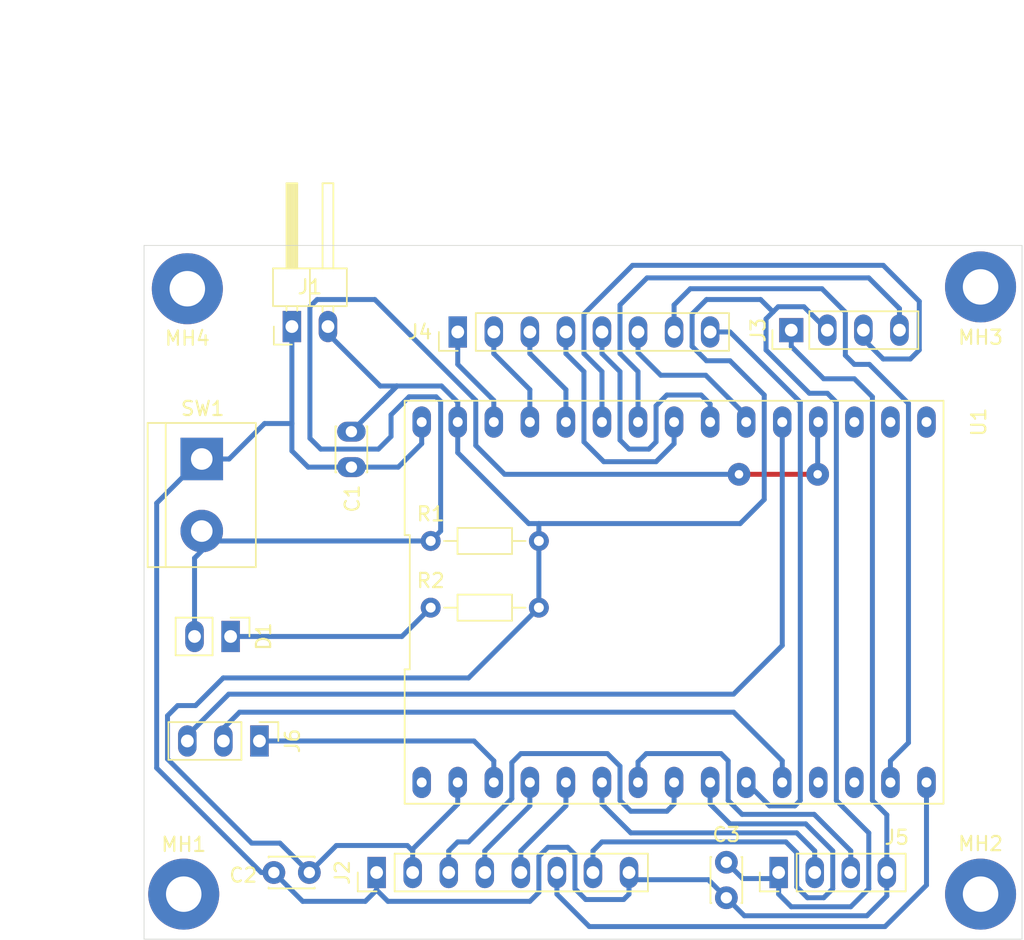
<source format=kicad_pcb>
(kicad_pcb (version 20221018) (generator pcbnew)
  (layers (0 "F.Cu" signal) (31 "B.Cu" signal) (34 "B.Paste" user) (35 "F.Paste" user) (36 "B.SilkS" user "B.Silkscreen") (37 "F.SilkS" user "F.Silkscreen") (38 "B.Mask" user) (39 "F.Mask" user) (44 "Edge.Cuts" user))
  (net 0 "")
  (net 1 "SW_Start")
  (net 2 "Net-(D1-Pad1)")
  (net 3 "GND")
  (net 4 "+5VA")
  (net 5 "SCK")
  (net 6 "SDA")
  (net 7 "A0")
  (net 8 "RST")
  (net 9 "CS")
  (net 10 "STOP")
  (net 11 "START")
  (net 12 "COL4")
  (net 13 "COL3")
  (net 14 "COL2")
  (net 15 "COL1")
  (net 16 "ROW4")
  (net 17 "ROW3")
  (net 18 "ROW2")
  (net 19 "ROW1")
  (net 20 "TX")
  (net 21 "RX")
  (net 22 "EXT_D35")
  (net 23 "EXT_D21")
  (net 24 "EXT_D15")
  (net 25 "Net-(U1-Pad16)")
  (net 26 "Net-(U1-Pad17)")
  (net 27 "Net-(U1-Pad13)")
  (net 28 "Net-(U1-Pad18)")
  (net 29 "Net-(U1-Pad12)")
  (net 30 "Net-(U1-Pad1)")
  (footprint "Connector_PinHeader_2.54mm:PinHeader_1x04_P2.54mm_Vertical" (layer "F.Cu") (at 158.877 77.724 90)
    (fp_text reference "J3" (at 0 -2.33 90) (layer "F.SilkS"))
    (fp_text value "SolidState Relay")
    (fp_line (start -1.33 -1.33) (end 0 -1.33) (stroke (width 0.12)) (layer "F.SilkS"))
    (fp_line (start -1.33 0) (end -1.33 -1.33) (stroke (width 0.12)) (layer "F.SilkS"))
    (fp_line (start -1.33 1.27) (end -1.33 8.95) (stroke (width 0.12)) (layer "F.SilkS"))
    (fp_line (start -1.33 1.27) (end 1.33 1.27) (stroke (width 0.12)) (layer "F.SilkS"))
    (fp_line (start -1.33 8.95) (end 1.33 8.95) (stroke (width 0.12)) (layer "F.SilkS"))
    (fp_line (start 1.33 1.27) (end 1.33 8.95) (stroke (width 0.12)) (layer "F.SilkS"))
    (pad "1" thru_hole rect (at 0 0 90) (size 1.7 1.7) (drill 0.9) (layers "*.Cu" "*.Mask") (net 4 "+5VA"))
    (pad "2" thru_hole oval (at 0 2.54 90) (size 2.2 1.3) (drill 0.9) (layers "*.Cu" "*.Mask") (net 3 "GND"))
    (pad "3" thru_hole oval (at 0 5.08 90) (size 2.2 1.3) (drill 0.9) (layers "*.Cu" "*.Mask") (net 11 "START"))
    (pad "4" thru_hole oval (at 0 7.62 90) (size 2.2 1.3) (drill 0.9) (layers "*.Cu" "*.Mask") (net 10 "STOP"))
  )
  (footprint "Connector_PinHeader_2.54mm:PinHeader_1x08_P2.54mm_Vertical" (layer "F.Cu") (at 135.382 77.851 90)
    (fp_text reference "J4" (at 0 -2.667 180) (layer "F.SilkS"))
    (fp_text value "KeyPad")
    (fp_line (start -1.33 -1.33) (end 0 -1.33) (stroke (width 0.12)) (layer "F.SilkS"))
    (fp_line (start -1.33 0) (end -1.33 -1.33) (stroke (width 0.12)) (layer "F.SilkS"))
    (fp_line (start -1.33 1.27) (end -1.33 19.11) (stroke (width 0.12)) (layer "F.SilkS"))
    (fp_line (start -1.33 1.27) (end 1.33 1.27) (stroke (width 0.12)) (layer "F.SilkS"))
    (fp_line (start -1.33 19.11) (end 1.33 19.11) (stroke (width 0.12)) (layer "F.SilkS"))
    (fp_line (start 1.33 1.27) (end 1.33 19.11) (stroke (width 0.12)) (layer "F.SilkS"))
    (pad "1" thru_hole rect (at 0 0 90) (size 2.2 1.3) (drill 0.9) (layers "*.Cu" "*.Mask") (net 19 "ROW1"))
    (pad "2" thru_hole oval (at 0 2.54 90) (size 2.2 1.3) (drill 0.9) (layers "*.Cu" "*.Mask") (net 18 "ROW2"))
    (pad "3" thru_hole oval (at 0 5.08 90) (size 2.2 1.3) (drill 0.9) (layers "*.Cu" "*.Mask") (net 17 "ROW3"))
    (pad "4" thru_hole oval (at 0 7.62 90) (size 2.2 1.3) (drill 0.9) (layers "*.Cu" "*.Mask") (net 16 "ROW4"))
    (pad "5" thru_hole oval (at 0 10.16 90) (size 2.2 1.3) (drill 0.9) (layers "*.Cu" "*.Mask") (net 15 "COL1"))
    (pad "6" thru_hole oval (at 0 12.7 90) (size 2.2 1.3) (drill 0.9) (layers "*.Cu" "*.Mask") (net 14 "COL2"))
    (pad "7" thru_hole oval (at 0 15.24 90) (size 2.2 1.3) (drill 0.9) (layers "*.Cu" "*.Mask") (net 13 "COL3"))
    (pad "8" thru_hole oval (at 0 17.78 90) (size 2.2 1.3) (drill 0.9) (layers "*.Cu" "*.Mask") (net 12 "COL4"))
  )
  (footprint "Connector_PinHeader_2.54mm:PinHeader_1x04_P2.54mm_Vertical" (layer "F.Cu") (at 157.988 115.951 90)
    (fp_text reference "J5" (at 2.4765 8.3185 180) (layer "F.SilkS"))
    (fp_text value "RS232")
    (fp_line (start -1.33 -1.33) (end 0 -1.33) (stroke (width 0.12)) (layer "F.SilkS"))
    (fp_line (start -1.33 0) (end -1.33 -1.33) (stroke (width 0.12)) (layer "F.SilkS"))
    (fp_line (start -1.33 1.27) (end -1.33 8.95) (stroke (width 0.12)) (layer "F.SilkS"))
    (fp_line (start -1.33 1.27) (end 1.33 1.27) (stroke (width 0.12)) (layer "F.SilkS"))
    (fp_line (start -1.33 8.95) (end 1.33 8.95) (stroke (width 0.12)) (layer "F.SilkS"))
    (fp_line (start 1.33 1.27) (end 1.33 8.95) (stroke (width 0.12)) (layer "F.SilkS"))
    (pad "1" thru_hole rect (at 0 0 90) (size 2.2 1.3) (drill 0.9) (layers "*.Cu" "*.Mask") (net 3 "GND"))
    (pad "2" thru_hole oval (at 0 2.54 90) (size 2.2 1.3) (drill 0.9) (layers "*.Cu" "*.Mask") (net 21 "RX"))
    (pad "3" thru_hole oval (at 0 5.08 90) (size 2.2 1.3) (drill 0.9) (layers "*.Cu" "*.Mask") (net 20 "TX"))
    (pad "4" thru_hole oval (at 0 7.62 90) (size 2.2 1.3) (drill 0.9) (layers "*.Cu" "*.Mask") (net 4 "+5VA"))
  )
  (footprint "Resistor_THT:R_Axial_DIN0204_L3.6mm_D1.6mm_P7.62mm_Horizontal" (layer "F.Cu") (at 133.477 97.282)
    (fp_text reference "R2" (at 0 -1.905) (layer "F.SilkS"))
    (fp_text value "330")
    (fp_line (start 0.94 0) (end 1.89 0) (stroke (width 0.12)) (layer "F.SilkS"))
    (fp_line (start 1.89 -0.92) (end 1.89 0.92) (stroke (width 0.12)) (layer "F.SilkS"))
    (fp_line (start 1.89 0.92) (end 5.73 0.92) (stroke (width 0.12)) (layer "F.SilkS"))
    (fp_line (start 5.73 -0.92) (end 1.89 -0.92) (stroke (width 0.12)) (layer "F.SilkS"))
    (fp_line (start 5.73 0.92) (end 5.73 -0.92) (stroke (width 0.12)) (layer "F.SilkS"))
    (fp_line (start 6.68 0) (end 5.73 0) (stroke (width 0.12)) (layer "F.SilkS"))
    (pad "1" thru_hole circle (at 0 0) (size 1.4 1.4) (drill 0.7) (layers "*.Cu" "*.Mask") (net 2 "Net-(D1-Pad1)"))
    (pad "2" thru_hole oval (at 7.62 0) (size 1.4 1.4) (drill 0.7) (layers "*.Cu" "*.Mask") (net 3 "GND"))
  )
  (footprint "Connector_PinHeader_2.54mm:PinHeader_1x08_P2.54mm_Vertical" (layer "F.Cu") (at 129.667 115.951 90)
    (fp_text reference "J2" (at 0 -2.413 90) (layer "F.SilkS"))
    (fp_text value "LCD")
    (fp_line (start -1.33 -1.33) (end 0 -1.33) (stroke (width 0.12)) (layer "F.SilkS"))
    (fp_line (start -1.33 0) (end -1.33 -1.33) (stroke (width 0.12)) (layer "F.SilkS"))
    (fp_line (start -1.33 1.27) (end -1.33 19.11) (stroke (width 0.12)) (layer "F.SilkS"))
    (fp_line (start -1.33 1.27) (end 1.33 1.27) (stroke (width 0.12)) (layer "F.SilkS"))
    (fp_line (start -1.33 19.11) (end 1.33 19.11) (stroke (width 0.12)) (layer "F.SilkS"))
    (fp_line (start 1.33 1.27) (end 1.33 19.11) (stroke (width 0.12)) (layer "F.SilkS"))
    (pad "1" thru_hole rect (at 0 0 90) (size 2.2 1.3) (drill 0.9) (layers "*.Cu" "*.Mask") (net 4 "+5VA"))
    (pad "2" thru_hole oval (at 0 2.54 90) (size 2.2 1.3) (drill 0.9) (layers "*.Cu" "*.Mask") (net 3 "GND"))
    (pad "3" thru_hole oval (at 0 5.08 90) (size 2.2 1.3) (drill 0.9) (layers "*.Cu" "*.Mask") (net 9 "CS"))
    (pad "4" thru_hole oval (at 0 7.62 90) (size 2.2 1.3) (drill 0.9) (layers "*.Cu" "*.Mask") (net 8 "RST"))
    (pad "5" thru_hole oval (at 0 10.16 90) (size 2.2 1.3) (drill 0.9) (layers "*.Cu" "*.Mask") (net 7 "A0"))
    (pad "6" thru_hole oval (at 0 12.7 90) (size 2.2 1.3) (drill 0.9) (layers "*.Cu" "*.Mask") (net 6 "SDA"))
    (pad "7" thru_hole oval (at 0 15.24 90) (size 2.2 1.3) (drill 0.9) (layers "*.Cu" "*.Mask") (net 5 "SCK"))
    (pad "8" thru_hole oval (at 0 17.78 90) (size 2.2 1.3) (drill 0.9) (layers "*.Cu" "*.Mask") (net 4 "+5VA"))
  )
  (footprint "Connector_PinHeader_2.54mm:PinHeader_1x03_P2.54mm_Vertical" (layer "F.Cu") (at 121.412 106.68 -90)
    (fp_text reference "J6" (at 0 -2.33 90) (layer "F.SilkS"))
    (fp_text value "PTO Extra")
    (fp_line (start -1.33 -1.33) (end 0 -1.33) (stroke (width 0.12)) (layer "F.SilkS"))
    (fp_line (start -1.33 0) (end -1.33 -1.33) (stroke (width 0.12)) (layer "F.SilkS"))
    (fp_line (start -1.33 1.27) (end -1.33 6.41) (stroke (width 0.12)) (layer "F.SilkS"))
    (fp_line (start -1.33 1.27) (end 1.33 1.27) (stroke (width 0.12)) (layer "F.SilkS"))
    (fp_line (start -1.33 6.41) (end 1.33 6.41) (stroke (width 0.12)) (layer "F.SilkS"))
    (fp_line (start 1.33 1.27) (end 1.33 6.41) (stroke (width 0.12)) (layer "F.SilkS"))
    (pad "1" thru_hole rect (at 0 0 270) (size 2.2 1.3) (drill 0.9) (layers "*.Cu" "*.Mask") (net 24 "EXT_D15"))
    (pad "2" thru_hole oval (at 0 2.54 270) (size 2.2 1.3) (drill 0.9) (layers "*.Cu" "*.Mask") (net 23 "EXT_D21"))
    (pad "3" thru_hole oval (at 0 5.08 270) (size 2.2 1.3) (drill 0.9) (layers "*.Cu" "*.Mask") (net 22 "EXT_D35"))
  )
  (footprint "TerminalBlock:TerminalBlock_bornier-2_P5.08mm" (layer "F.Cu") (at 117.348 86.8045 -90)
    (fp_text reference "SW1" (at -3.556 -0.0635 180) (layer "F.SilkS"))
    (fp_text value "Start_Button")
    (fp_line (start -2.54 -3.81) (end -2.54 3.81) (stroke (width 0.12)) (layer "F.SilkS"))
    (fp_line (start -2.54 3.81) (end 7.62 3.81) (stroke (width 0.12)) (layer "F.SilkS"))
    (fp_line (start 7.62 -3.81) (end -2.54 -3.81) (stroke (width 0.12)) (layer "F.SilkS"))
    (fp_line (start 7.62 2.54) (end -2.54 2.54) (stroke (width 0.12)) (layer "F.SilkS"))
    (fp_line (start 7.62 3.81) (end 7.62 -3.81) (stroke (width 0.12)) (layer "F.SilkS"))
    (pad "1" thru_hole rect (at 0 0 270) (size 3 3) (drill 1.52) (layers "*.Cu" "*.Mask") (net 4 "+5VA"))
    (pad "2" thru_hole circle (at 5.08 0 270) (size 3 3) (drill 1.52) (layers "*.Cu" "*.Mask") (net 1 "SW_Start"))
  )
  (footprint "Connector_PinHeader_2.54mm:PinHeader_1x02_P2.54mm_Vertical" (layer "F.Cu") (at 119.38 99.314 -90)
    (fp_text reference "D1" (at 0 -2.33 90) (layer "F.SilkS"))
    (fp_text value "LED_VERDE")
    (fp_line (start -1.33 -1.33) (end 0 -1.33) (stroke (width 0.12)) (layer "F.SilkS"))
    (fp_line (start -1.33 0) (end -1.33 -1.33) (stroke (width 0.12)) (layer "F.SilkS"))
    (fp_line (start -1.33 1.27) (end -1.33 3.87) (stroke (width 0.12)) (layer "F.SilkS"))
    (fp_line (start -1.33 1.27) (end 1.33 1.27) (stroke (width 0.12)) (layer "F.SilkS"))
    (fp_line (start -1.33 3.87) (end 1.33 3.87) (stroke (width 0.12)) (layer "F.SilkS"))
    (fp_line (start 1.33 1.27) (end 1.33 3.87) (stroke (width 0.12)) (layer "F.SilkS"))
    (pad "1" thru_hole rect (at 0 0 270) (size 2.2 1.3) (drill 0.9) (layers "*.Cu" "*.Mask") (net 2 "Net-(D1-Pad1)"))
    (pad "2" thru_hole oval (at 0 2.54 270) (size 2.2 1.3) (drill 0.9) (layers "*.Cu" "*.Mask") (net 1 "SW_Start"))
  )
  (footprint "Resistor_THT:R_Axial_DIN0204_L3.6mm_D1.6mm_P7.62mm_Horizontal" (layer "F.Cu") (at 133.477 92.583)
    (fp_text reference "R1" (at 0 -1.905) (layer "F.SilkS"))
    (fp_text value "1k")
    (fp_line (start 0.94 0) (end 1.89 0) (stroke (width 0.12)) (layer "F.SilkS"))
    (fp_line (start 1.89 -0.92) (end 1.89 0.92) (stroke (width 0.12)) (layer "F.SilkS"))
    (fp_line (start 1.89 0.92) (end 5.73 0.92) (stroke (width 0.12)) (layer "F.SilkS"))
    (fp_line (start 5.73 -0.92) (end 1.89 -0.92) (stroke (width 0.12)) (layer "F.SilkS"))
    (fp_line (start 5.73 0.92) (end 5.73 -0.92) (stroke (width 0.12)) (layer "F.SilkS"))
    (fp_line (start 6.68 0) (end 5.73 0) (stroke (width 0.12)) (layer "F.SilkS"))
    (pad "1" thru_hole circle (at 0 0) (size 1.4 1.4) (drill 0.7) (layers "*.Cu" "*.Mask") (net 1 "SW_Start"))
    (pad "2" thru_hole oval (at 7.62 0) (size 1.4 1.4) (drill 0.7) (layers "*.Cu" "*.Mask") (net 3 "GND"))
  )
  (footprint "MountingHole:MountingHole_2.5mm_Pad" (layer "F.Cu") (at 116.078 117.475)
    (fp_text reference "MH1" (at 0 -3.5) (layer "F.SilkS"))
    (fp_text value "MH1")
    (pad "1" thru_hole circle (at 0 0) (size 5 5) (drill 2.5) (layers "*.Cu" "*.Mask"))
  )
  (footprint "MountingHole:MountingHole_2.5mm_Pad" (layer "F.Cu") (at 172.212 117.475)
    (fp_text reference "MH2" (at 0 -3.556) (layer "F.SilkS"))
    (fp_text value "MH2")
    (pad "1" thru_hole circle (at 0 0) (size 5 5) (drill 2.5) (layers "*.Cu" "*.Mask"))
  )
  (footprint "MountingHole:MountingHole_2.5mm_Pad" (layer "F.Cu") (at 116.332 74.803)
    (fp_text reference "MH4" (at 0 3.4925) (layer "F.SilkS"))
    (fp_text value "MH4")
    (pad "1" thru_hole circle (at 0 0) (size 5 5) (drill 2.5) (layers "*.Cu" "*.Mask"))
  )
  (footprint "MountingHole:MountingHole_2.5mm_Pad" (layer "F.Cu") (at 172.212 74.676)
    (fp_text reference "MH3" (at 0 3.556) (layer "F.SilkS"))
    (fp_text value "MH3")
    (pad "1" thru_hole circle (at 0 0) (size 5 5) (drill 2.5) (layers "*.Cu" "*.Mask"))
  )
  (footprint "Connector_PinHeader_2.54mm:PinHeader_1x02_P2.54mm_Horizontal" (layer "F.Cu") (at 123.698 77.47 90)
    (fp_text reference "J1" (at 2.794 1.27 180) (layer "F.SilkS"))
    (fp_text value "USB_VCC")
    (fp_line (start -1.27 -1.27) (end 0 -1.27) (stroke (width 0.12)) (layer "F.SilkS"))
    (fp_line (start -1.27 0) (end -1.27 -1.27) (stroke (width 0.12)) (layer "F.SilkS"))
    (fp_line (start 1.042929 2.16) (end 1.44 2.16) (stroke (width 0.12)) (layer "F.SilkS"))
    (fp_line (start 1.042929 2.92) (end 1.44 2.92) (stroke (width 0.12)) (layer "F.SilkS"))
    (fp_line (start 1.11 -0.38) (end 1.44 -0.38) (stroke (width 0.12)) (layer "F.SilkS"))
    (fp_line (start 1.11 0.38) (end 1.44 0.38) (stroke (width 0.12)) (layer "F.SilkS"))
    (fp_line (start 1.44 -1.33) (end 1.44 3.87) (stroke (width 0.12)) (layer "F.SilkS"))
    (fp_line (start 1.44 1.27) (end 4.1 1.27) (stroke (width 0.12)) (layer "F.SilkS"))
    (fp_line (start 1.44 3.87) (end 4.1 3.87) (stroke (width 0.12)) (layer "F.SilkS"))
    (fp_line (start 4.1 -1.33) (end 1.44 -1.33) (stroke (width 0.12)) (layer "F.SilkS"))
    (fp_line (start 4.1 -0.38) (end 10.1 -0.38) (stroke (width 0.12)) (layer "F.SilkS"))
    (fp_line (start 4.1 -0.32) (end 10.1 -0.32) (stroke (width 0.12)) (layer "F.SilkS"))
    (fp_line (start 4.1 -0.2) (end 10.1 -0.2) (stroke (width 0.12)) (layer "F.SilkS"))
    (fp_line (start 4.1 -0.08) (end 10.1 -0.08) (stroke (width 0.12)) (layer "F.SilkS"))
    (fp_line (start 4.1 0.04) (end 10.1 0.04) (stroke (width 0.12)) (layer "F.SilkS"))
    (fp_line (start 4.1 0.16) (end 10.1 0.16) (stroke (width 0.12)) (layer "F.SilkS"))
    (fp_line (start 4.1 0.28) (end 10.1 0.28) (stroke (width 0.12)) (layer "F.SilkS"))
    (fp_line (start 4.1 2.16) (end 10.1 2.16) (stroke (width 0.12)) (layer "F.SilkS"))
    (fp_line (start 4.1 3.87) (end 4.1 -1.33) (stroke (width 0.12)) (layer "F.SilkS"))
    (fp_line (start 10.1 -0.38) (end 10.1 0.38) (stroke (width 0.12)) (layer "F.SilkS"))
    (fp_line (start 10.1 0.38) (end 4.1 0.38) (stroke (width 0.12)) (layer "F.SilkS"))
    (fp_line (start 10.1 2.16) (end 10.1 2.92) (stroke (width 0.12)) (layer "F.SilkS"))
    (fp_line (start 10.1 2.92) (end 4.1 2.92) (stroke (width 0.12)) (layer "F.SilkS"))
    (pad "1" thru_hole rect (at 0 0 90) (size 2.2 1.3) (drill 0.9) (layers "*.Cu" "*.Mask") (net 4 "+5VA"))
    (pad "2" thru_hole oval (at 0 2.54 90) (size 2.2 1.3) (drill 0.9) (layers "*.Cu" "*.Mask") (net 3 "GND"))
  )
  (footprint "RF_WiFi:ESP32DevKitV1" (layer "F.Cu") (at 150.622 96.901)
    (fp_text reference "U1" (at 21.463 -12.7 90) (layer "F.SilkS"))
    (fp_text value "ESP32DevKitV1")
    (fp_line (start -18.98 -14.2) (end -18.98 -4.733333) (stroke (width 0.12)) (layer "F.SilkS"))
    (fp_line (start -18.98 -4.733333) (end -18.62 -4.733333) (stroke (width 0.12)) (layer "F.SilkS"))
    (fp_line (start -18.98 4.733333) (end -18.98 14.199999) (stroke (width 0.12)) (layer "F.SilkS"))
    (fp_line (start -18.98 14.199999) (end 18.98 14.2) (stroke (width 0.12)) (layer "F.SilkS"))
    (fp_line (start -18.62 -4.733333) (end -18.62 4.733333) (stroke (width 0.12)) (layer "F.SilkS"))
    (fp_line (start -18.62 4.733333) (end -18.98 4.733333) (stroke (width 0.12)) (layer "F.SilkS"))
    (fp_line (start 18.98 -14.199999) (end -18.98 -14.2) (stroke (width 0.12)) (layer "F.SilkS"))
    (fp_line (start 18.98 14.2) (end 18.98 -14.199999) (stroke (width 0.12)) (layer "F.SilkS"))
    (pad "1" thru_hole oval (at -17.78 12.7) (size 1.3 2.2) (drill 0.7) (layers "*.Cu" "*.Mask") (net 30 "Net-(U1-Pad1)"))
    (pad "2" thru_hole oval (at -15.24 12.7) (size 1.3 2.2) (drill 0.7) (layers "*.Cu" "*.Mask") (net 3 "GND"))
    (pad "3" thru_hole oval (at -12.7 12.7) (size 1.3 2.2) (drill 0.7) (layers "*.Cu" "*.Mask") (net 24 "EXT_D15"))
    (pad "4" thru_hole oval (at -10.16 12.7) (size 1.3 2.2) (drill 0.7) (layers "*.Cu" "*.Mask") (net 8 "RST"))
    (pad "5" thru_hole oval (at -7.62 12.7) (size 1.3 2.2) (drill 0.7) (layers "*.Cu" "*.Mask") (net 7 "A0"))
    (pad "6" thru_hole oval (at -5.08 12.7) (size 1.3 2.2) (drill 0.7) (layers "*.Cu" "*.Mask") (net 21 "RX"))
    (pad "7" thru_hole oval (at -2.54 12.7) (size 1.3 2.2) (drill 0.7) (layers "*.Cu" "*.Mask") (net 20 "TX"))
    (pad "8" thru_hole oval (at 0 12.7) (size 1.3 2.2) (drill 0.7) (layers "*.Cu" "*.Mask") (net 9 "CS"))
    (pad "9" thru_hole oval (at 2.54 12.7) (size 1.3 2.2) (drill 0.7) (layers "*.Cu" "*.Mask") (net 5 "SCK"))
    (pad "10" thru_hole oval (at 5.08 12.7) (size 1.3 2.2) (drill 0.7) (layers "*.Cu" "*.Mask") (net 12 "COL4"))
    (pad "11" thru_hole oval (at 7.62 12.7) (size 1.3 2.2) (drill 0.7) (layers "*.Cu" "*.Mask") (net 23 "EXT_D21"))
    (pad "12" thru_hole oval (at 10.16 12.7) (size 1.3 2.2) (drill 0.7) (layers "*.Cu" "*.Mask") (net 29 "Net-(U1-Pad12)"))
    (pad "13" thru_hole oval (at 12.7 12.7) (size 1.3 2.2) (drill 0.7) (layers "*.Cu" "*.Mask") (net 27 "Net-(U1-Pad13)"))
    (pad "14" thru_hole oval (at 15.24 12.7) (size 1.3 2.2) (drill 0.7) (layers "*.Cu" "*.Mask") (net 13 "COL3"))
    (pad "15" thru_hole oval (at 17.78 12.7) (size 1.3 2.2) (drill 0.7) (layers "*.Cu" "*.Mask") (net 6 "SDA"))
    (pad "16" thru_hole oval (at 17.78 -12.7) (size 1.3 2.2) (drill 0.7) (layers "*.Cu" "*.Mask") (net 25 "Net-(U1-Pad16)"))
    (pad "17" thru_hole oval (at 15.24 -12.7) (size 1.3 2.2) (drill 0.7) (layers "*.Cu" "*.Mask") (net 26 "Net-(U1-Pad17)"))
    (pad "18" thru_hole oval (at 12.7 -12.7) (size 1.3 2.2) (drill 0.7) (layers "*.Cu" "*.Mask") (net 28 "Net-(U1-Pad18)"))
    (pad "19" thru_hole oval (at 10.16 -12.7) (size 1.3 2.2) (drill 0.7) (layers "*.Cu" "*.Mask") (net 1 "SW_Start"))
    (pad "20" thru_hole oval (at 7.62 -12.7) (size 1.3 2.2) (drill 0.7) (layers "*.Cu" "*.Mask") (net 22 "EXT_D35"))
    (pad "21" thru_hole oval (at 5.08 -12.7) (size 1.3 2.2) (drill 0.7) (layers "*.Cu" "*.Mask") (net 14 "COL2"))
    (pad "22" thru_hole oval (at 2.54 -12.7) (size 1.3 2.2) (drill 0.7) (layers "*.Cu" "*.Mask") (net 15 "COL1"))
    (pad "23" thru_hole oval (at 0 -12.7) (size 1.3 2.2) (drill 0.7) (layers "*.Cu" "*.Mask") (net 16 "ROW4"))
    (pad "24" thru_hole oval (at -2.54 -12.7) (size 1.3 2.2) (drill 0.7) (layers "*.Cu" "*.Mask") (net 10 "STOP"))
    (pad "25" thru_hole oval (at -5.08 -12.7) (size 1.3 2.2) (drill 0.7) (layers "*.Cu" "*.Mask") (net 11 "START"))
    (pad "26" thru_hole oval (at -7.62 -12.7) (size 1.3 2.2) (drill 0.7) (layers "*.Cu" "*.Mask") (net 17 "ROW3"))
    (pad "27" thru_hole oval (at -10.16 -12.7) (size 1.3 2.2) (drill 0.7) (layers "*.Cu" "*.Mask") (net 18 "ROW2"))
    (pad "28" thru_hole oval (at -12.7 -12.7) (size 1.3 2.2) (drill 0.7) (layers "*.Cu" "*.Mask") (net 19 "ROW1"))
    (pad "29" thru_hole oval (at -15.24 -12.7) (size 1.3 2.2) (drill 0.7) (layers "*.Cu" "*.Mask") (net 3 "GND"))
    (pad "30" thru_hole oval (at -17.78 -12.7) (size 1.3 2.2) (drill 0.7) (layers "*.Cu" "*.Mask") (net 4 "+5VA"))
  )
  (footprint "Capacitor_THT:C_Disc_D3.0mm_W2.0mm_P2.50mm" (layer "F.Cu") (at 122.428 115.951)
    (fp_text reference "C2" (at -2.159 0.1905) (layer "F.SilkS"))
    (fp_text value "1uF")
    (fp_line (start -0.37 -1.12) (end -0.37 -1.055) (stroke (width 0.12)) (layer "F.SilkS"))
    (fp_line (start -0.37 -1.12) (end 2.87 -1.12) (stroke (width 0.12)) (layer "F.SilkS"))
    (fp_line (start -0.37 1.055) (end -0.37 1.12) (stroke (width 0.12)) (layer "F.SilkS"))
    (fp_line (start -0.37 1.12) (end 2.87 1.12) (stroke (width 0.12)) (layer "F.SilkS"))
    (fp_line (start 2.87 -1.12) (end 2.87 -1.055) (stroke (width 0.12)) (layer "F.SilkS"))
    (fp_line (start 2.87 1.055) (end 2.87 1.12) (stroke (width 0.12)) (layer "F.SilkS"))
    (pad "1" thru_hole circle (at 0 0) (size 1.6 1.6) (drill 0.8) (layers "*.Cu" "*.Mask") (net 4 "+5VA"))
    (pad "2" thru_hole circle (at 2.5 0) (size 1.6 1.6) (drill 0.8) (layers "*.Cu" "*.Mask") (net 3 "GND"))
  )
  (footprint "Capacitor_THT:C_Disc_D3.0mm_W2.0mm_P2.50mm" (layer "F.Cu") (at 154.305 117.729 90)
    (fp_text reference "C3" (at 4.445 0 180) (layer "F.SilkS"))
    (fp_text value "1uF")
    (fp_line (start -0.37 -1.12) (end -0.37 -1.055) (stroke (width 0.12)) (layer "F.SilkS"))
    (fp_line (start -0.37 -1.12) (end 2.87 -1.12) (stroke (width 0.12)) (layer "F.SilkS"))
    (fp_line (start -0.37 1.055) (end -0.37 1.12) (stroke (width 0.12)) (layer "F.SilkS"))
    (fp_line (start -0.37 1.12) (end 2.87 1.12) (stroke (width 0.12)) (layer "F.SilkS"))
    (fp_line (start 2.87 -1.12) (end 2.87 -1.055) (stroke (width 0.12)) (layer "F.SilkS"))
    (fp_line (start 2.87 1.055) (end 2.87 1.12) (stroke (width 0.12)) (layer "F.SilkS"))
    (pad "1" thru_hole circle (at 0 0 90) (size 1.6 1.6) (drill 0.8) (layers "*.Cu" "*.Mask") (net 4 "+5VA"))
    (pad "2" thru_hole circle (at 2.5 0 90) (size 1.6 1.6) (drill 0.8) (layers "*.Cu" "*.Mask") (net 3 "GND"))
  )
  (footprint "Capacitor_THT:C_Disc_D3.0mm_W2.0mm_P2.50mm" (layer "F.Cu") (at 127.889 87.376 90)
    (fp_text reference "C1" (at -2.2225 0.0635 90) (layer "F.SilkS"))
    (fp_text value "1uF")
    (fp_line (start -0.37 -1.12) (end -0.37 -1.055) (stroke (width 0.12)) (layer "F.SilkS"))
    (fp_line (start -0.37 -1.12) (end 2.87 -1.12) (stroke (width 0.12)) (layer "F.SilkS"))
    (fp_line (start -0.37 1.055) (end -0.37 1.12) (stroke (width 0.12)) (layer "F.SilkS"))
    (fp_line (start -0.37 1.12) (end 2.87 1.12) (stroke (width 0.12)) (layer "F.SilkS"))
    (fp_line (start 2.87 -1.12) (end 2.87 -1.055) (stroke (width 0.12)) (layer "F.SilkS"))
    (fp_line (start 2.87 1.055) (end 2.87 1.12) (stroke (width 0.12)) (layer "F.SilkS"))
    (pad "1" thru_hole oval (at 0 0 90) (size 1.4 2) (drill 0.8) (layers "*.Cu" "*.Mask") (net 4 "+5VA"))
    (pad "2" thru_hole oval (at 2.5 0 90) (size 1.4 2) (drill 0.8) (layers "*.Cu" "*.Mask") (net 3 "GND"))
  )
  (gr_line (start 113.284 71.755) (end 175.133 71.755) (stroke (width 0.05)) (layer "Edge.Cuts"))
  (gr_line (start 175.133 120.65) (end 113.284 120.65) (stroke (width 0.05)) (layer "Edge.Cuts"))
  (gr_line (start 175.133 71.755) (end 175.133 120.65) (stroke (width 0.05)) (layer "Edge.Cuts"))
  (gr_line (start 113.284 120.65) (end 113.284 71.755) (stroke (width 0.05)) (layer "Edge.Cuts"))
  (segment (start 160.528 87.884) (end 160.737 87.884) (width 0.35) (layer "F.Cu") (net 1))
  (segment (start 155.194 87.884) (end 160.737 87.884) (width 0.35) (layer "F.Cu") (net 1))
  (via (at 160.737 87.884) (size 1.6) (drill 0.6) (layers "F.Cu" "B.Cu") (net 1))
  (via (at 155.194 87.884) (size 1.6) (drill 0.6) (layers "F.Cu" "B.Cu") (net 1))
  (segment (start 138.684 87.884) (end 155.194 87.884) (width 0.35) (layer "B.Cu") (net 1))
  (segment (start 116.84 93.7895) (end 118.0465 92.583) (width 0.35) (layer "B.Cu") (net 1))
  (segment (start 125.476 75.565) (end 129.54 75.565) (width 0.35) (layer "B.Cu") (net 1))
  (segment (start 116.84 99.314) (end 116.84 93.7895) (width 0.35) (layer "B.Cu") (net 1))
  (segment (start 124.968 76.073) (end 125.476 75.565) (width 0.35) (layer "B.Cu") (net 1))
  (segment (start 136.652 85.852) (end 138.684 87.884) (width 0.35) (layer "B.Cu") (net 1))
  (segment (start 133.477 92.583) (end 118.0465 92.583) (width 0.35) (layer "B.Cu") (net 1))
  (segment (start 134.176999 82.741999) (end 133.858 82.423) (width 0.35) (layer "B.Cu") (net 1))
  (segment (start 160.737 84.246) (end 160.782 84.201) (width 0.35) (layer "B.Cu") (net 1))
  (segment (start 131.953 82.423) (end 130.683 83.693) (width 0.35) (layer "B.Cu") (net 1))
  (segment (start 136.652 82.677) (end 136.652 85.852) (width 0.35) (layer "B.Cu") (net 1))
  (segment (start 129.794 86.106) (end 125.73 86.106) (width 0.35) (layer "B.Cu") (net 1))
  (segment (start 124.968 85.344) (end 124.968 76.073) (width 0.35) (layer "B.Cu") (net 1))
  (segment (start 130.683 83.693) (end 130.683 85.217) (width 0.35) (layer "B.Cu") (net 1))
  (segment (start 118.0465 92.583) (end 117.348 91.8845) (width 0.35) (layer "B.Cu") (net 1))
  (segment (start 130.683 85.217) (end 129.794 86.106) (width 0.35) (layer "B.Cu") (net 1))
  (segment (start 133.858 82.423) (end 131.953 82.423) (width 0.35) (layer "B.Cu") (net 1))
  (segment (start 160.737 87.884) (end 160.737 84.246) (width 0.35) (layer "B.Cu") (net 1))
  (segment (start 133.477 92.583) (end 134.176999 91.883001) (width 0.35) (layer "B.Cu") (net 1))
  (segment (start 134.176999 91.883001) (end 134.176999 82.741999) (width 0.35) (layer "B.Cu") (net 1))
  (segment (start 125.73 86.106) (end 124.968 85.344) (width 0.35) (layer "B.Cu") (net 1))
  (segment (start 129.54 75.565) (end 136.652 82.677) (width 0.35) (layer "B.Cu") (net 1))
  (segment (start 133.477 97.282) (end 131.445 99.314) (width 0.35) (layer "B.Cu") (net 2))
  (segment (start 131.445 99.314) (end 119.38 99.314) (width 0.35) (layer "B.Cu") (net 2))
  (segment (start 157.988 116.3774) (end 155.4534 116.3774) (width 0.35) (layer "B.Cu") (net 3))
  (segment (start 161.417 82.169) (end 162.052 82.804) (width 0.35) (layer "B.Cu") (net 3))
  (segment (start 135.382 84.201) (end 135.382 86.36) (width 0.35) (layer "B.Cu") (net 3))
  (segment (start 164.338 113.157) (end 164.338 117.094) (width 0.35) (layer "B.Cu") (net 3))
  (segment (start 162.052 110.871) (end 164.338 113.157) (width 0.35) (layer "B.Cu") (net 3))
  (segment (start 120.8647 113.8797) (end 122.8567 113.8797) (width 0.35) (layer "B.Cu") (net 3))
  (segment (start 132.207 114.3013) (end 135.382 111.1263) (width 0.35) (layer "B.Cu") (net 3))
  (segment (start 157.988 117.4763) (end 157.988 116.3774) (width 0.35) (layer "B.Cu") (net 3))
  (segment (start 131.064 81.701) (end 130.0039 82.7611) (width 0.35) (layer "B.Cu") (net 3))
  (segment (start 151.892 76.581) (end 152.908 75.565) (width 0.35) (layer "B.Cu") (net 3))
  (segment (start 135.382 82.804) (end 134.239 81.661) (width 0.35) (layer "B.Cu") (net 3))
  (segment (start 141.097 92.583) (end 141.097 91.4577) (width 0.35) (layer "B.Cu") (net 3))
  (segment (start 141.097 91.3555) (end 141.097 91.4577) (width 0.35) (layer "B.Cu") (net 3))
  (segment (start 162.052 82.804) (end 162.052 110.871) (width 0.35) (layer "B.Cu") (net 3))
  (segment (start 132.207 115.951) (end 132.207 114.4257) (width 0.35) (layer "B.Cu") (net 3))
  (segment (start 122.8567 113.8797) (end 124.928 115.951) (width 0.35) (layer "B.Cu") (net 3))
  (segment (start 118.8603 102.235) (end 116.9111 104.1842) (width 0.35) (layer "B.Cu") (net 3))
  (segment (start 152.908 75.565) (end 156.7156 75.565) (width 0.35) (layer "B.Cu") (net 3))
  (segment (start 135.382 84.201) (end 135.382 82.804) (width 0.35) (layer "B.Cu") (net 3))
  (segment (start 126.238 77.47) (end 126.238 77.978) (width 0.35) (layer "B.Cu") (net 3))
  (segment (start 156.972 82.296) (end 154.559 79.883) (width 0.35) (layer "B.Cu") (net 3))
  (segment (start 157.099 76.9312) (end 157.099 79.121) (width 0.35) (layer "B.Cu") (net 3))
  (segment (start 131.8273 114.046) (end 126.833 114.046) (width 0.35) (layer "B.Cu") (net 3))
  (segment (start 152.908 79.883) (end 151.892 78.867) (width 0.35) (layer "B.Cu") (net 3))
  (segment (start 164.338 117.094) (end 163.068 118.364) (width 0.35) (layer "B.Cu") (net 3))
  (segment (start 126.833 114.046) (end 124.928 115.951) (width 0.35) (layer "B.Cu") (net 3))
  (segment (start 155.2785 91.3555) (end 156.972 89.662) (width 0.35) (layer "B.Cu") (net 3))
  (segment (start 132.207 114.4257) (end 132.207 114.3013) (width 0.35) (layer "B.Cu") (net 3))
  (segment (start 140.3775 91.3555) (end 141.097 91.3555) (width 0.35) (layer "B.Cu") (net 3))
  (segment (start 131.064 81.661) (end 131.064 81.701) (width 0.35) (layer "B.Cu") (net 3))
  (segment (start 156.7156 75.565) (end 157.5904 76.4398) (width 0.35) (layer "B.Cu") (net 3))
  (segment (start 151.892 78.867) (end 151.892 76.581) (width 0.35) (layer "B.Cu") (net 3))
  (segment (start 132.207 114.4257) (end 131.8273 114.046) (width 0.35) (layer "B.Cu") (net 3))
  (segment (start 131.104 81.661) (end 130.0039 82.7611) (width 0.35) (layer "B.Cu") (net 3))
  (segment (start 141.097 92.583) (end 141.097 97.282) (width 0.35) (layer "B.Cu") (net 3))
  (segment (start 141.097 91.3555) (end 155.2785 91.3555) (width 0.35) (layer "B.Cu") (net 3))
  (segment (start 157.5904 76.4398) (end 157.9572 76.073) (width 0.35) (layer "B.Cu") (net 3))
  (segment (start 159.766 76.073) (end 161.417 77.724) (width 0.35) (layer "B.Cu") (net 3))
  (segment (start 158.8757 118.364) (end 157.988 117.4763) (width 0.35) (layer "B.Cu") (net 3))
  (segment (start 157.9572 76.073) (end 159.766 76.073) (width 0.35) (layer "B.Cu") (net 3))
  (segment (start 130.0039 82.7611) (end 127.889 84.876) (width 0.35) (layer "B.Cu") (net 3))
  (segment (start 135.382 86.36) (end 140.3775 91.3555) (width 0.35) (layer "B.Cu") (net 3))
  (segment (start 135.382 109.601) (end 135.382 111.1263) (width 0.35) (layer "B.Cu") (net 3))
  (segment (start 134.239 81.661) (end 131.104 81.661) (width 0.35) (layer "B.Cu") (net 3))
  (segment (start 160.147 82.169) (end 161.417 82.169) (width 0.35) (layer "B.Cu") (net 3))
  (segment (start 126.238 77.978) (end 129.921 81.661) (width 0.35) (layer "B.Cu") (net 3))
  (segment (start 114.935 104.902) (end 114.935 107.95) (width 0.35) (layer "B.Cu") (net 3))
  (segment (start 141.097 97.282) (end 136.144 102.235) (width 0.35) (layer "B.Cu") (net 3))
  (segment (start 156.972 89.662) (end 156.972 82.296) (width 0.35) (layer "B.Cu") (net 3))
  (segment (start 163.068 118.364) (end 158.8757 118.364) (width 0.35) (layer "B.Cu") (net 3))
  (segment (start 155.4534 116.3774) (end 154.305 115.229) (width 0.35) (layer "B.Cu") (net 3))
  (segment (start 154.559 79.883) (end 152.908 79.883) (width 0.35) (layer "B.Cu") (net 3))
  (segment (start 136.144 102.235) (end 118.8603 102.235) (width 0.35) (layer "B.Cu") (net 3))
  (segment (start 129.921 81.661) (end 131.064 81.661) (width 0.35) (layer "B.Cu") (net 3))
  (segment (start 115.6528 104.1842) (end 114.935 104.902) (width 0.35) (layer "B.Cu") (net 3))
  (segment (start 114.935 107.95) (end 120.8647 113.8797) (width 0.35) (layer "B.Cu") (net 3))
  (segment (start 116.9111 104.1842) (end 115.6528 104.1842) (width 0.35) (layer "B.Cu") (net 3))
  (segment (start 157.099 79.121) (end 160.147 82.169) (width 0.35) (layer "B.Cu") (net 3))
  (segment (start 157.988 115.951) (end 157.988 116.3774) (width 0.35) (layer "B.Cu") (net 3))
  (segment (start 157.5904 76.4398) (end 157.099 76.9312) (width 0.35) (layer "B.Cu") (net 3))
  (segment (start 143.637 117.094) (end 144.399 117.856) (width 0.35) (layer "B.Cu") (net 4))
  (segment (start 144.399 117.856) (end 147.066 117.856) (width 0.35) (layer "B.Cu") (net 4))
  (segment (start 122.428 115.951) (end 121.539 115.951) (width 0.35) (layer "B.Cu") (net 4))
  (segment (start 141.732 114.173) (end 143.129 114.173) (width 0.35) (layer "B.Cu") (net 4))
  (segment (start 147.447 117.0769) (end 147.447 116.459) (width 0.35) (layer "B.Cu") (net 4))
  (segment (start 161.163 81.153) (end 158.877 78.867) (width 0.35) (layer "B.Cu") (net 4))
  (segment (start 127.889 87.376) (end 124.841 87.376) (width 0.35) (layer "B.Cu") (net 4))
  (segment (start 117.2845 86.8045) (end 117.348 86.8045) (width 0.35) (layer "B.Cu") (net 4))
  (segment (start 121.539 115.951) (end 114.173 108.585) (width 0.35) (layer "B.Cu") (net 4))
  (segment (start 141.097 117.348) (end 141.097 114.808) (width 0.35) (layer "B.Cu") (net 4))
  (segment (start 114.173 89.916) (end 117.2845 86.8045) (width 0.35) (layer "B.Cu") (net 4))
  (segment (start 132.842 84.201) (end 132.842 85.725) (width 0.35) (layer "B.Cu") (net 4))
  (segment (start 143.637 114.681) (end 143.637 117.094) (width 0.35) (layer "B.Cu") (net 4))
  (segment (start 114.173 108.585) (end 114.173 89.916) (width 0.35) (layer "B.Cu") (net 4))
  (segment (start 164.592 110.871) (end 164.592 82.423) (width 0.35) (layer "B.Cu") (net 4))
  (segment (start 129.667 117.1854) (end 128.8694 117.983) (width 0.35) (layer "B.Cu") (net 4))
  (segment (start 163.322 81.153) (end 161.163 81.153) (width 0.35) (layer "B.Cu") (net 4))
  (segment (start 147.447 116.459) (end 153.035 116.459) (width 0.35) (layer "B.Cu") (net 4))
  (segment (start 165.608 115.951) (end 165.608 111.887) (width 0.35) (layer "B.Cu") (net 4))
  (segment (start 124.46 117.983) (end 122.428 115.951) (width 0.35) (layer "B.Cu") (net 4))
  (segment (start 121.7729 84.3049) (end 119.2733 86.8045) (width 0.35) (layer "B.Cu") (net 4))
  (segment (start 153.035 116.459) (end 154.305 117.729) (width 0.35) (layer "B.Cu") (net 4))
  (segment (start 155.575 118.999) (end 154.305 117.729) (width 0.35) (layer "B.Cu") (net 4))
  (segment (start 131.191 87.376) (end 127.889 87.376) (width 0.35) (layer "B.Cu") (net 4))
  (segment (start 132.842 85.725) (end 131.191 87.376) (width 0.35) (layer "B.Cu") (net 4))
  (segment (start 165.608 117.602) (end 164.211 118.999) (width 0.35) (layer "B.Cu") (net 4))
  (segment (start 165.608 115.951) (end 165.608 117.602) (width 0.35) (layer "B.Cu") (net 4))
  (segment (start 117.348 86.8045) (end 119.2733 86.8045) (width 0.35) (layer "B.Cu") (net 4))
  (segment (start 147.447 115.951) (end 147.447 117.0769) (width 0.35) (layer "B.Cu") (net 4))
  (segment (start 164.211 118.999) (end 155.575 118.999) (width 0.35) (layer "B.Cu") (net 4))
  (segment (start 130.4646 117.983) (end 140.462 117.983) (width 0.35) (layer "B.Cu") (net 4))
  (segment (start 123.698 84.3049) (end 121.7729 84.3049) (width 0.35) (layer "B.Cu") (net 4))
  (segment (start 129.667 117.1854) (end 130.4646 117.983) (width 0.35) (layer "B.Cu") (net 4))
  (segment (start 128.8694 117.983) (end 124.46 117.983) (width 0.35) (layer "B.Cu") (net 4))
  (segment (start 147.447 117.475) (end 147.447 117.0769) (width 0.35) (layer "B.Cu") (net 4))
  (segment (start 123.698 84.3049) (end 123.698 77.47) (width 0.35) (layer "B.Cu") (net 4))
  (segment (start 165.608 111.887) (end 164.592 110.871) (width 0.35) (layer "B.Cu") (net 4))
  (segment (start 147.066 117.856) (end 147.447 117.475) (width 0.35) (layer "B.Cu") (net 4))
  (segment (start 140.462 117.983) (end 141.097 117.348) (width 0.35) (layer "B.Cu") (net 4))
  (segment (start 164.592 82.423) (end 163.322 81.153) (width 0.35) (layer "B.Cu") (net 4))
  (segment (start 124.841 87.376) (end 123.698 86.233) (width 0.35) (layer "B.Cu") (net 4))
  (segment (start 143.129 114.173) (end 143.637 114.681) (width 0.35) (layer "B.Cu") (net 4))
  (segment (start 123.698 86.233) (end 123.698 84.3049) (width 0.35) (layer "B.Cu") (net 4))
  (segment (start 141.097 114.808) (end 141.732 114.173) (width 0.35) (layer "B.Cu") (net 4))
  (segment (start 129.667 115.951) (end 129.667 117.1854) (width 0.35) (layer "B.Cu") (net 4))
  (segment (start 158.877 78.867) (end 158.877 77.724) (width 0.35) (layer "B.Cu") (net 4))
  (segment (start 145.5407 113.792) (end 158.496 113.792) (width 0.35) (layer "B.Cu") (net 5))
  (segment (start 159.893 112.522) (end 154.5577 112.522) (width 0.35) (layer "B.Cu") (net 5))
  (segment (start 161.798 114.427) (end 159.893 112.522) (width 0.35) (layer "B.Cu") (net 5))
  (segment (start 153.162 111.1263) (end 153.162 109.601) (width 0.35) (layer "B.Cu") (net 5))
  (segment (start 161.798 117.094) (end 161.798 114.427) (width 0.35) (layer "B.Cu") (net 5))
  (segment (start 144.907 114.4257) (end 145.5407 113.792) (width 0.35) (layer "B.Cu") (net 5))
  (segment (start 161.163 117.729) (end 161.798 117.094) (width 0.35) (layer "B.Cu") (net 5))
  (segment (start 154.5577 112.522) (end 153.162 111.1263) (width 0.35) (layer "B.Cu") (net 5))
  (segment (start 144.907 115.951) (end 144.907 114.4257) (width 0.35) (layer "B.Cu") (net 5))
  (segment (start 160.02 117.729) (end 161.163 117.729) (width 0.35) (layer "B.Cu") (net 5))
  (segment (start 158.496 113.792) (end 159.258 114.554) (width 0.35) (layer "B.Cu") (net 5))
  (segment (start 159.258 116.967) (end 160.02 117.729) (width 0.35) (layer "B.Cu") (net 5))
  (segment (start 159.258 114.554) (end 159.258 116.967) (width 0.35) (layer "B.Cu") (net 5))
  (segment (start 165.481 119.761) (end 144.6517 119.761) (width 0.35) (layer "B.Cu") (net 6))
  (segment (start 142.367 117.4763) (end 142.367 115.951) (width 0.35) (layer "B.Cu") (net 6))
  (segment (start 168.402 116.84) (end 165.481 119.761) (width 0.35) (layer "B.Cu") (net 6))
  (segment (start 168.402 109.601) (end 168.402 116.84) (width 0.35) (layer "B.Cu") (net 6))
  (segment (start 144.6517 119.761) (end 142.367 117.4763) (width 0.35) (layer "B.Cu") (net 6))
  (segment (start 143.002 111.2507) (end 143.002 109.601) (width 0.35) (layer "B.Cu") (net 7))
  (segment (start 139.827 114.4257) (end 143.002 111.2507) (width 0.35) (layer "B.Cu") (net 7))
  (segment (start 139.827 115.951) (end 139.827 114.4257) (width 0.35) (layer "B.Cu") (net 7))
  (segment (start 137.287 114.4257) (end 140.462 111.2507) (width 0.35) (layer "B.Cu") (net 8))
  (segment (start 137.287 115.951) (end 137.287 114.4257) (width 0.35) (layer "B.Cu") (net 8))
  (segment (start 140.462 111.2507) (end 140.462 109.601) (width 0.35) (layer "B.Cu") (net 8))
  (segment (start 139.192 110.744) (end 139.192 108.204) (width 0.35) (layer "B.Cu") (net 9))
  (segment (start 135.382 113.792) (end 136.144 113.792) (width 0.35) (layer "B.Cu") (net 9))
  (segment (start 136.144 113.792) (end 139.192 110.744) (width 0.35) (layer "B.Cu") (net 9))
  (segment (start 146.812 108.458) (end 146.812 110.871) (width 0.35) (layer "B.Cu") (net 9))
  (segment (start 150.622 111.125) (end 150.622 109.601) (width 0.35) (layer "B.Cu") (net 9))
  (segment (start 139.827 107.569) (end 145.923 107.569) (width 0.35) (layer "B.Cu") (net 9))
  (segment (start 134.747 115.951) (end 134.747 114.427) (width 0.35) (layer "B.Cu") (net 9))
  (segment (start 147.574 111.633) (end 150.114 111.633) (width 0.35) (layer "B.Cu") (net 9))
  (segment (start 146.812 110.871) (end 147.574 111.633) (width 0.35) (layer "B.Cu") (net 9))
  (segment (start 145.923 107.569) (end 146.812 108.458) (width 0.35) (layer "B.Cu") (net 9))
  (segment (start 139.192 108.204) (end 139.827 107.569) (width 0.35) (layer "B.Cu") (net 9))
  (segment (start 150.114 111.633) (end 150.622 111.125) (width 0.35) (layer "B.Cu") (net 9))
  (segment (start 134.747 114.427) (end 135.382 113.792) (width 0.35) (layer "B.Cu") (net 9))
  (segment (start 146.812 79.375) (end 146.812 75.946) (width 0.35) (layer "B.Cu") (net 10))
  (segment (start 148.082 80.645) (end 146.812 79.375) (width 0.35) (layer "B.Cu") (net 10))
  (segment (start 166.497 76.1987) (end 166.497 77.724) (width 0.35) (layer "B.Cu") (net 10))
  (segment (start 146.812 75.946) (end 148.717 74.041) (width 0.35) (layer "B.Cu") (net 10))
  (segment (start 148.717 74.041) (end 164.3393 74.041) (width 0.35) (layer "B.Cu") (net 10))
  (segment (start 164.3393 74.041) (end 166.497 76.1987) (width 0.35) (layer "B.Cu") (net 10))
  (segment (start 148.082 84.201) (end 148.082 80.645) (width 0.35) (layer "B.Cu") (net 10))
  (segment (start 167.894 75.692) (end 165.354 73.152) (width 0.35) (layer "B.Cu") (net 11))
  (segment (start 165.354 79.756) (end 167.259 79.756) (width 0.35) (layer "B.Cu") (net 11))
  (segment (start 167.259 79.756) (end 167.894 79.121) (width 0.35) (layer "B.Cu") (net 11))
  (segment (start 163.957 77.724) (end 163.957 78.359) (width 0.35) (layer "B.Cu") (net 11))
  (segment (start 145.542 80.645) (end 145.542 84.201) (width 0.35) (layer "B.Cu") (net 11))
  (segment (start 144.272 76.581) (end 144.272 79.375) (width 0.35) (layer "B.Cu") (net 11))
  (segment (start 165.354 73.152) (end 147.701 73.152) (width 0.35) (layer "B.Cu") (net 11))
  (segment (start 163.957 78.359) (end 165.354 79.756) (width 0.35) (layer "B.Cu") (net 11))
  (segment (start 167.894 79.121) (end 167.894 75.692) (width 0.35) (layer "B.Cu") (net 11))
  (segment (start 147.701 73.152) (end 144.272 76.581) (width 0.35) (layer "B.Cu") (net 11))
  (segment (start 144.272 79.375) (end 145.542 80.645) (width 0.35) (layer "B.Cu") (net 11))
  (segment (start 157.353 111.252) (end 155.702 109.601) (width 0.35) (layer "B.Cu") (net 12))
  (segment (start 154.559 77.851) (end 159.512 82.804) (width 0.35) (layer "B.Cu") (net 12))
  (segment (start 159.512 82.804) (end 159.512 110.871) (width 0.35) (layer "B.Cu") (net 12))
  (segment (start 159.131 111.252) (end 157.353 111.252) (width 0.35) (layer "B.Cu") (net 12))
  (segment (start 159.512 110.871) (end 159.131 111.252) (width 0.35) (layer "B.Cu") (net 12))
  (segment (start 153.162 77.851) (end 154.559 77.851) (width 0.35) (layer "B.Cu") (net 12))
  (segment (start 161.036 74.803) (end 151.765 74.803) (width 0.35) (layer "B.Cu") (net 13))
  (segment (start 165.862 109.601) (end 165.862 108.0757) (width 0.35) (layer "B.Cu") (net 13))
  (segment (start 164.379 80.137) (end 163.322 80.137) (width 0.35) (layer "B.Cu") (net 13))
  (segment (start 165.862 108.0757) (end 167.132 106.8057) (width 0.35) (layer "B.Cu") (net 13))
  (segment (start 162.687 76.454) (end 161.036 74.803) (width 0.35) (layer "B.Cu") (net 13))
  (segment (start 163.322 80.137) (end 162.687 79.502) (width 0.35) (layer "B.Cu") (net 13))
  (segment (start 150.622 75.946) (end 150.622 77.851) (width 0.35) (layer "B.Cu") (net 13))
  (segment (start 162.687 79.502) (end 162.687 76.454) (width 0.35) (layer "B.Cu") (net 13))
  (segment (start 167.132 106.8057) (end 167.132 82.89) (width 0.35) (layer "B.Cu") (net 13))
  (segment (start 167.132 82.89) (end 164.379 80.137) (width 0.35) (layer "B.Cu") (net 13))
  (segment (start 151.765 74.803) (end 150.622 75.946) (width 0.35) (layer "B.Cu") (net 13))
  (segment (start 155.702 83.751) (end 155.702 84.201) (width 0.35) (layer "B.Cu") (net 14))
  (segment (start 148.082 77.851) (end 148.082 79.301) (width 0.35) (layer "B.Cu") (net 14))
  (segment (start 148.082 79.301) (end 149.68 80.899) (width 0.35) (layer "B.Cu") (net 14))
  (segment (start 149.68 80.899) (end 152.85 80.899) (width 0.35) (layer "B.Cu") (net 14))
  (segment (start 152.85 80.899) (end 155.702 83.751) (width 0.35) (layer "B.Cu") (net 14))
  (segment (start 146.812 80.6463) (end 146.812 85.471) (width 0.35) (layer "B.Cu") (net 15))
  (segment (start 153.162 82.931) (end 153.162 84.201) (width 0.35) (layer "B.Cu") (net 15))
  (segment (start 145.542 77.851) (end 145.542 79.3763) (width 0.35) (layer "B.Cu") (net 15))
  (segment (start 149.352 85.598) (end 149.352 83.058) (width 0.35) (layer "B.Cu") (net 15))
  (segment (start 149.352 83.058) (end 150.114 82.296) (width 0.35) (layer "B.Cu") (net 15))
  (segment (start 148.844 86.106) (end 149.352 85.598) (width 0.35) (layer "B.Cu") (net 15))
  (segment (start 145.542 79.3763) (end 146.812 80.6463) (width 0.35) (layer "B.Cu") (net 15))
  (segment (start 146.812 85.471) (end 147.447 86.106) (width 0.35) (layer "B.Cu") (net 15))
  (segment (start 150.114 82.296) (end 152.527 82.296) (width 0.35) (layer "B.Cu") (net 15))
  (segment (start 152.527 82.296) (end 153.162 82.931) (width 0.35) (layer "B.Cu") (net 15))
  (segment (start 147.447 86.106) (end 148.844 86.106) (width 0.35) (layer "B.Cu") (net 15))
  (segment (start 144.272 80.6463) (end 144.272 85.598) (width 0.35) (layer "B.Cu") (net 16))
  (segment (start 144.272 85.598) (end 145.669 86.995) (width 0.35) (layer "B.Cu") (net 16))
  (segment (start 145.669 86.995) (end 149.3533 86.995) (width 0.35) (layer "B.Cu") (net 16))
  (segment (start 143.002 79.3763) (end 144.272 80.6463) (width 0.35) (layer "B.Cu") (net 16))
  (segment (start 143.002 77.851) (end 143.002 79.3763) (width 0.35) (layer "B.Cu") (net 16))
  (segment (start 149.3533 86.995) (end 150.622 85.7263) (width 0.35) (layer "B.Cu") (net 16))
  (segment (start 150.622 85.7263) (end 150.622 84.201) (width 0.35) (layer "B.Cu") (net 16))
  (segment (start 140.462 79.3763) (end 143.002 81.9163) (width 0.35) (layer "B.Cu") (net 17))
  (segment (start 140.462 77.851) (end 140.462 79.3763) (width 0.35) (layer "B.Cu") (net 17))
  (segment (start 143.002 81.9163) (end 143.002 84.201) (width 0.35) (layer "B.Cu") (net 17))
  (segment (start 137.922 79.3763) (end 140.462 81.9163) (width 0.35) (layer "B.Cu") (net 18))
  (segment (start 140.462 81.9163) (end 140.462 84.201) (width 0.35) (layer "B.Cu") (net 18))
  (segment (start 137.922 77.851) (end 137.922 79.3763) (width 0.35) (layer "B.Cu") (net 18))
  (segment (start 135.382 80.1357) (end 137.922 82.6757) (width 0.35) (layer "B.Cu") (net 19))
  (segment (start 137.922 84.201) (end 137.922 82.6757) (width 0.35) (layer "B.Cu") (net 19))
  (segment (start 135.382 77.851) (end 135.382 80.1357) (width 0.35) (layer "B.Cu") (net 19))
  (segment (start 148.082 108.151) (end 148.082 109.601) (width 0.35) (layer "B.Cu") (net 20))
  (segment (start 163.068 114.4257) (end 160.494311 111.852011) (width 0.35) (layer "B.Cu") (net 20))
  (segment (start 154.432 108.077) (end 153.924 107.569) (width 0.35) (layer "B.Cu") (net 20))
  (segment (start 154.432 110.871) (end 154.432 108.077) (width 0.35) (layer "B.Cu") (net 20))
  (segment (start 160.494311 111.852011) (end 155.413011 111.852011) (width 0.35) (layer "B.Cu") (net 20))
  (segment (start 153.924 107.569) (end 148.664 107.569) (width 0.35) (layer "B.Cu") (net 20))
  (segment (start 163.068 115.951) (end 163.068 114.4257) (width 0.35) (layer "B.Cu") (net 20))
  (segment (start 155.413011 111.852011) (end 154.432 110.871) (width 0.35) (layer "B.Cu") (net 20))
  (segment (start 148.664 107.569) (end 148.082 108.151) (width 0.35) (layer "B.Cu") (net 20))
  (segment (start 147.5727 113.157) (end 159.2593 113.157) (width 0.35) (layer "B.Cu") (net 21))
  (segment (start 160.528 114.4257) (end 160.528 115.951) (width 0.35) (layer "B.Cu") (net 21))
  (segment (start 159.2593 113.157) (end 160.528 114.4257) (width 0.35) (layer "B.Cu") (net 21))
  (segment (start 145.542 111.1263) (end 147.5727 113.157) (width 0.35) (layer "B.Cu") (net 21))
  (segment (start 145.542 109.601) (end 145.542 111.1263) (width 0.35) (layer "B.Cu") (net 21))
  (segment (start 116.332 106.299) (end 119.253 103.378) (width 0.35) (layer "B.Cu") (net 22))
  (segment (start 116.332 106.68) (end 116.332 106.299) (width 0.35) (layer "B.Cu") (net 22))
  (segment (start 158.242 99.949) (end 158.242 84.201) (width 0.35) (layer "B.Cu") (net 22))
  (segment (start 154.813 103.378) (end 158.242 99.949) (width 0.35) (layer "B.Cu") (net 22))
  (segment (start 119.253 103.378) (end 154.813 103.378) (width 0.35) (layer "B.Cu") (net 22))
  (segment (start 118.872 106.68) (end 118.872 105.791) (width 0.35) (layer "B.Cu") (net 23))
  (segment (start 120.015 104.648) (end 154.8143 104.648) (width 0.35) (layer "B.Cu") (net 23))
  (segment (start 154.8143 104.648) (end 158.242 108.0757) (width 0.35) (layer "B.Cu") (net 23))
  (segment (start 118.872 105.791) (end 120.015 104.648) (width 0.35) (layer "B.Cu") (net 23))
  (segment (start 158.242 108.0757) (end 158.242 109.601) (width 0.35) (layer "B.Cu") (net 23))
  (segment (start 136.5263 106.68) (end 137.922 108.0757) (width 0.35) (layer "B.Cu") (net 24))
  (segment (start 137.922 109.601) (end 137.922 108.0757) (width 0.35) (layer "B.Cu") (net 24))
  (segment (start 121.412 106.68) (end 136.5263 106.68) (width 0.35) (layer "B.Cu") (net 24))
)
</source>
